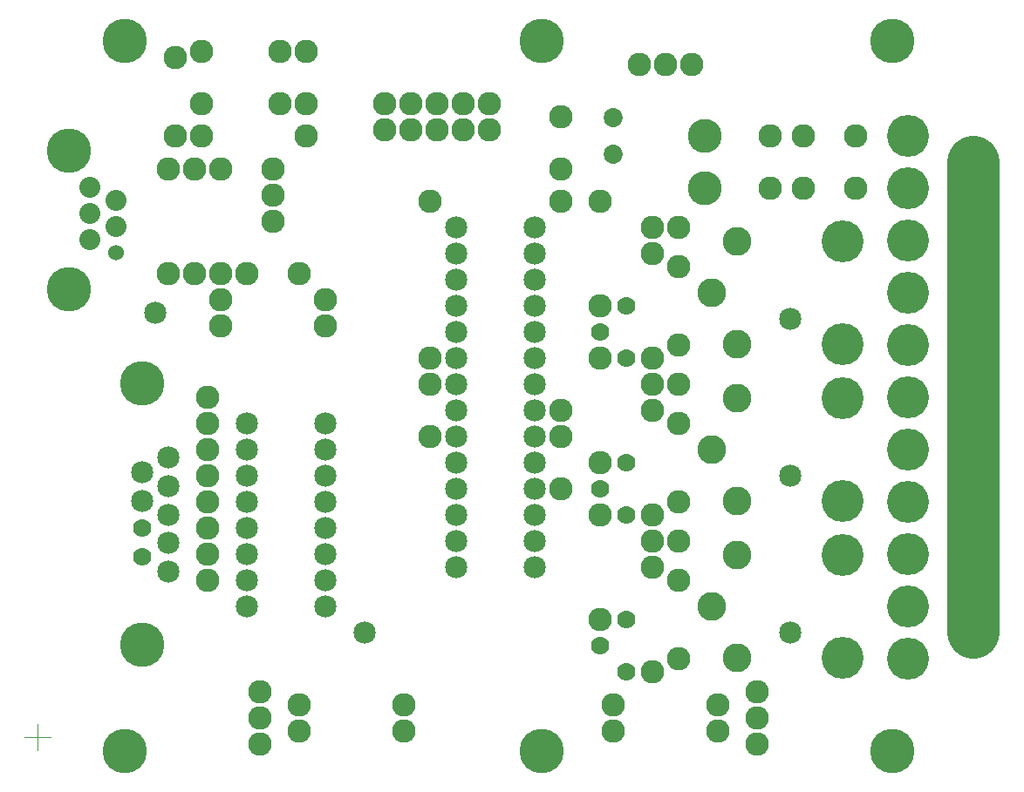
<source format=gbs>
G04 CAM350  V5.0 Date:  Mon Dec 19 11:08:04 2011 *
G04 Database: g:\clients\patrick brunet\mini-optimiseur\retouche\mini_optimiser_cam350.pcb *
G04 Layer 2: MiniOptimiseurS *
%FSLAX24Y24*%
%MOIN*%
%SFA1.000B1.000*%

%MIA0B0*%
%IPPOS*%
%ADD13C,0.00200*%
%ADD18C,0.06000*%
%ADD70C,0.08500*%
%ADD71C,0.07300*%
%ADD20C,0.08000*%
%ADD21C,0.07000*%
%ADD73C,0.13000*%
%ADD32C,0.09000*%
%ADD37C,0.17000*%
%ADD38C,0.16000*%
%ADD39C,0.11000*%
%ADD44C,0.20000*%
%LNMiniOptimiseurS*%
%SRX1Y1I0J0*%
G54D13*
%LPD*%
G54D32*
X25500Y27250D03*
X26500D03*
X24500D03*
X7750Y27750D03*
Y25750D03*
X10750Y27750D03*
Y25750D03*
G54D20*
X4500Y21050D03*
Y22050D03*
G54D18*
Y20050D03*
G54D20*
X3500Y22550D03*
Y21550D03*
Y20550D03*
G54D37*
X2700Y18650D03*
Y23950D03*
G54D32*
X30750Y22500D03*
X32750Y24500D03*
X30750D03*
X32750Y22500D03*
X23000Y12000D03*
Y16000D03*
Y18000D03*
Y22000D03*
X25000Y14000D03*
Y10000D03*
X7750Y24500D03*
X11750D03*
X25000Y20000D03*
Y16000D03*
X23000Y6000D03*
Y10000D03*
X25000Y8000D03*
Y4000D03*
X8500Y23250D03*
Y19250D03*
X7500Y23250D03*
Y19250D03*
X6500Y23250D03*
Y19250D03*
X8500Y17250D03*
X12500D03*
Y18250D03*
X8500D03*
X27500Y2750D03*
X23500D03*
X27500Y1750D03*
X23500D03*
X11500D03*
X15500D03*
X11500Y2750D03*
X15500D03*
X14750Y24750D03*
Y25750D03*
X15750Y24750D03*
Y25750D03*
X16750Y24750D03*
Y25750D03*
X17750Y24750D03*
Y25750D03*
X18750Y24750D03*
Y25750D03*
X26000Y21000D03*
X25000D03*
X26000Y15000D03*
X25000D03*
X26000Y9000D03*
X25000D03*
G54D73*
X27000Y22500D03*
Y24500D03*
G54D71*
X23500Y23800D03*
Y25200D03*
G54D32*
X8000Y12500D03*
Y11500D03*
Y13500D03*
Y14500D03*
Y10500D03*
Y9500D03*
Y7500D03*
Y8500D03*
X29000Y3250D03*
Y1250D03*
Y2250D03*
X10000Y1250D03*
Y3250D03*
Y2250D03*
G54D70*
X9500Y13500D03*
Y12500D03*
Y11500D03*
Y10500D03*
Y9500D03*
Y8500D03*
Y7500D03*
Y6500D03*
X12500D03*
Y7500D03*
Y8500D03*
Y9500D03*
Y10500D03*
Y11500D03*
Y12500D03*
Y13500D03*
G54D37*
X5500Y15050D03*
Y5050D03*
G54D70*
X6500Y7850D03*
Y8950D03*
Y10000D03*
Y11100D03*
Y12200D03*
G54D21*
X5500Y8400D03*
Y9500D03*
G54D70*
Y10550D03*
Y11650D03*
G54D32*
X26000Y7500D03*
Y4500D03*
Y13500D03*
Y10500D03*
X6750Y24500D03*
Y27500D03*
X26000Y19500D03*
Y16500D03*
X11750Y25750D03*
Y27750D03*
X21500Y23250D03*
Y25250D03*
X29500Y22500D03*
Y24500D03*
X11500Y19250D03*
X9500D03*
X21500Y13000D03*
Y11000D03*
X16500Y15000D03*
Y13000D03*
G54D70*
X20500Y8000D03*
Y9000D03*
Y10000D03*
Y11000D03*
Y12000D03*
Y13000D03*
Y14000D03*
Y15000D03*
Y16000D03*
Y17000D03*
Y18000D03*
Y19000D03*
Y20000D03*
Y21000D03*
X17500D03*
Y20000D03*
Y19000D03*
Y18000D03*
Y17000D03*
Y16000D03*
Y15000D03*
Y14000D03*
Y13000D03*
Y12000D03*
Y11000D03*
Y10000D03*
Y9000D03*
Y8000D03*
G54D21*
X23000Y17000D03*
X24000Y18000D03*
Y16000D03*
X23000Y11000D03*
X24000Y12000D03*
Y10000D03*
G54D32*
X10500Y23250D03*
Y22250D03*
Y21250D03*
G54D21*
X23000Y5000D03*
X24000Y6000D03*
Y4000D03*
G54D32*
X21500Y22000D03*
Y14000D03*
X16500Y22000D03*
Y16000D03*
G54D37*
X4825Y28144D03*
X20770D03*
X34156D03*
X4825Y978D03*
X20770D03*
X34156D03*
G54D38*
X34750Y16500D03*
Y18500D03*
Y20500D03*
Y10500D03*
Y12500D03*
Y14500D03*
Y4500D03*
Y6500D03*
Y8500D03*
Y22500D03*
Y24500D03*
G54D70*
X6000Y17750D03*
X14000Y5500D03*
G54D38*
X32244Y20468D03*
Y16532D03*
Y14468D03*
Y10532D03*
Y8468D03*
Y4532D03*
G54D39*
X28229Y20468D03*
X27245Y18500D03*
X28229Y16532D03*
Y14468D03*
X27245Y12500D03*
X28229Y10532D03*
Y8468D03*
X27245Y6500D03*
X28229Y4532D03*
G54D70*
X30250Y5500D03*
Y11500D03*
Y17500D03*
G54D13*
X1000Y1495D02*
G01X2000D01*
X1500Y1995D02*
G01Y995D01*
G54D44*
X37250Y5500D02*
G01Y23500D01*
M02*

</source>
